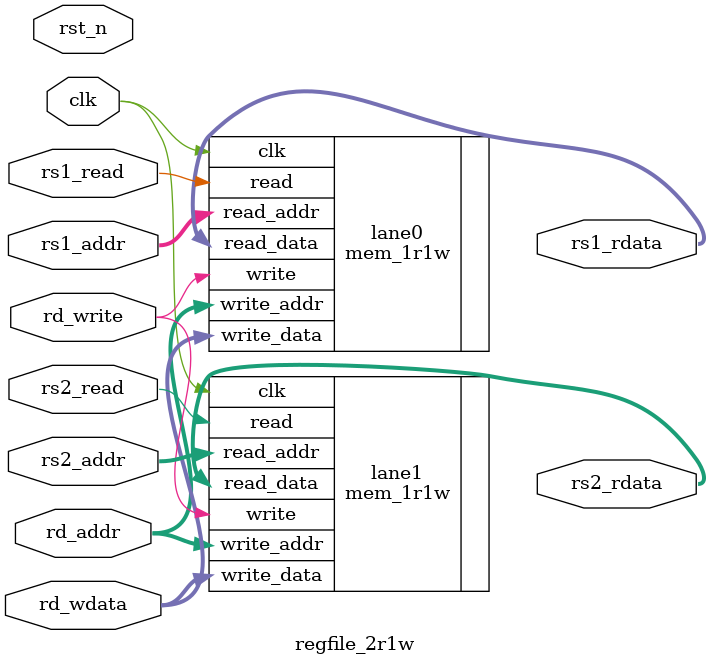
<source format=v>
module regfile_2r1w(
    input  wire         clk,
    input  wire         rst_n,
    input  wire         rs1_read,
    input  wire [3:0]   rs1_addr,    // Assuming DEPTH_LOG2 = 4
    output wire [31:0]  rs1_rdata,   // Assuming WIDTH = 32
    input  wire         rs2_read,
    input  wire [3:0]   rs2_addr,    // Assuming DEPTH_LOG2 = 4
    output wire [31:0]  rs2_rdata,   // Assuming WIDTH = 32
    input  wire [3:0]   rd_addr,
    input  wire [31:0]  rd_wdata,
    input  wire         rd_write
);

    // In this version, we instantiate the hardened memory macros using their default
    // parameter values (DEPTH_LOG2 = 4, WIDTH = 32). We are not overriding any parameters.
    // The literal connections are used for the write signals.

    mem_1r1w lane0 (
        .clk(clk),
        .read_addr(rs1_addr),
        .read(rs1_read),
        .read_data(rs1_rdata),
        .write_addr(rd_addr),
        .write(rd_write),
        .write_data(rd_wdata)
    );

    mem_1r1w lane1 (
        .clk(clk),
        .read_addr(rs2_addr),
        .read(rs2_read),
        .read_data(rs2_rdata),
        .write_addr(rd_addr),
        .write(rd_write),
        .write_data(rd_wdata)
    );
    
endmodule

</source>
